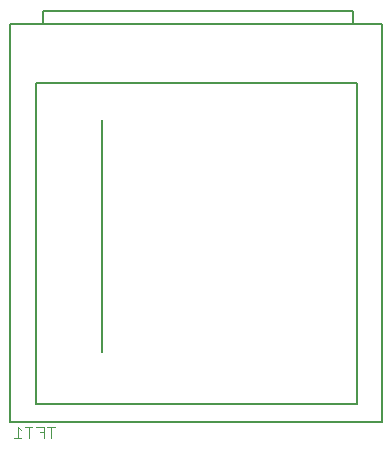
<source format=gbr>
G04 EAGLE Gerber RS-274X export*
G75*
%MOMM*%
%FSLAX34Y34*%
%LPD*%
%INSilkscreen Bottom*%
%IPPOS*%
%AMOC8*
5,1,8,0,0,1.08239X$1,22.5*%
G01*
%ADD10C,0.127000*%
%ADD11C,0.152400*%
%ADD12C,0.076200*%


D10*
X-134730Y-115045D02*
X137270Y-115045D01*
X137270Y156955D01*
X-134730Y156955D01*
X-134730Y-115045D01*
X-156330Y-130045D02*
X158870Y-130045D01*
X158870Y206955D01*
X-156330Y206955D01*
X-156330Y-130045D01*
D11*
X-78730Y-71145D02*
X-78730Y125355D01*
X-128730Y207355D02*
X-128730Y217355D01*
X134270Y217355D01*
X134270Y207355D01*
D12*
X-121826Y-134418D02*
X-121826Y-143824D01*
X-124961Y-134418D02*
X-118690Y-134418D01*
X-128045Y-134418D02*
X-128045Y-143824D01*
X-128045Y-134418D02*
X-134316Y-134418D01*
X-131181Y-139121D02*
X-128045Y-139121D01*
X-140536Y-143824D02*
X-140536Y-134418D01*
X-137401Y-134418D02*
X-143671Y-134418D01*
X-146756Y-137553D02*
X-149891Y-134418D01*
X-149891Y-143824D01*
X-146756Y-143824D02*
X-153026Y-143824D01*
M02*

</source>
